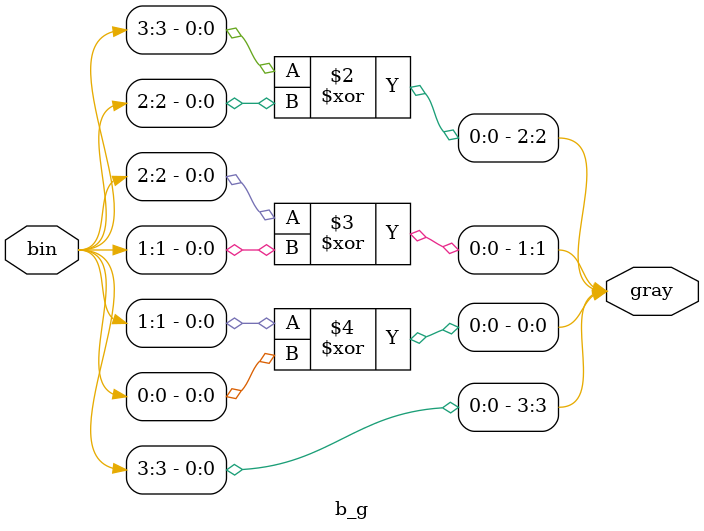
<source format=v>





module b_g(
  input [3:0]bin,
  output reg [3:0]gray

);
  
  always @(*) begin
    
 	gray[3] = bin[3];
  	gray[2] = bin[3] ^ bin[2];
  	gray[1] = bin[2] ^ bin[1];
  	gray[0] = bin[1] ^ bin[0];
      
   end

endmodule


</source>
